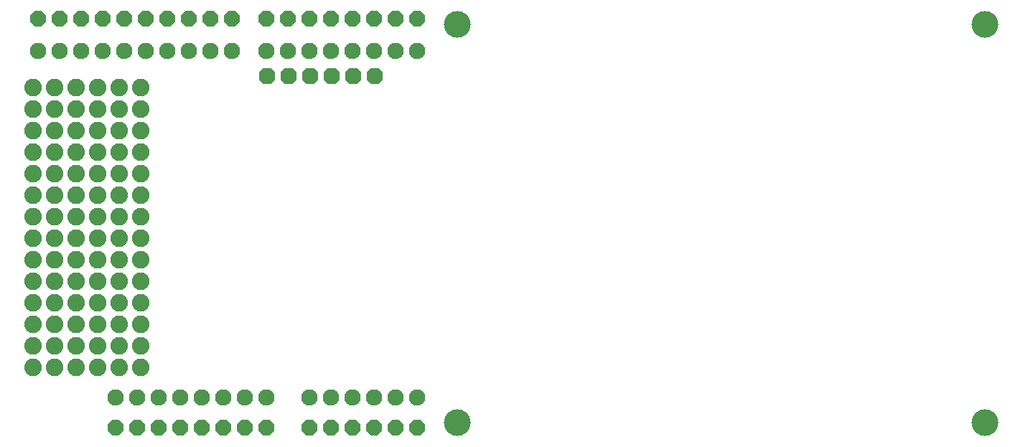
<source format=gbr>
G04 EAGLE Gerber RS-274X export*
G75*
%MOMM*%
%FSLAX34Y34*%
%LPD*%
%INSoldermask Bottom*%
%IPPOS*%
%AMOC8*
5,1,8,0,0,1.08239X$1,22.5*%
G01*
%ADD10C,3.152400*%
%ADD11P,1.979475X8X22.500000*%
%ADD12C,1.930400*%
%ADD13P,2.089446X8X112.500000*%
%ADD14C,2.082800*%


D10*
X520700Y501650D03*
X1143000Y501650D03*
X1143000Y31750D03*
X520700Y31750D03*
D11*
X371400Y508000D03*
X346000Y25400D03*
X396800Y508000D03*
X422200Y508000D03*
X447600Y508000D03*
X473000Y508000D03*
X346000Y508000D03*
X320600Y508000D03*
X295200Y508000D03*
X254560Y508000D03*
X229160Y508000D03*
X203760Y508000D03*
X178360Y508000D03*
X152960Y508000D03*
X127560Y508000D03*
X102160Y508000D03*
X76760Y508000D03*
X371400Y25400D03*
X396800Y25400D03*
X422200Y25400D03*
X447600Y25400D03*
X473000Y25400D03*
X295200Y25400D03*
X269800Y25400D03*
X244400Y25400D03*
X219000Y25400D03*
X193600Y25400D03*
X168200Y25400D03*
X51360Y508000D03*
X25960Y508000D03*
X142800Y25400D03*
X117400Y25400D03*
D12*
X295148Y60960D03*
X269748Y60960D03*
X244348Y60960D03*
X218948Y60960D03*
X193548Y60960D03*
X168148Y60960D03*
X142748Y60960D03*
X117348Y60960D03*
X473202Y60960D03*
X447802Y60960D03*
X422402Y60960D03*
X397002Y60960D03*
X371602Y60960D03*
X346202Y60960D03*
X26162Y469900D03*
X51562Y469900D03*
X76962Y469900D03*
X102362Y469900D03*
X127762Y469900D03*
X153162Y469900D03*
X178562Y469900D03*
X203962Y469900D03*
X229362Y469900D03*
X254762Y469900D03*
X295402Y469900D03*
X320802Y469900D03*
X346202Y469900D03*
X371602Y469900D03*
X397002Y469900D03*
X422402Y469900D03*
X447802Y469900D03*
X473202Y469900D03*
D13*
X295910Y440690D03*
X321310Y440690D03*
X346710Y440690D03*
X372110Y440690D03*
X397510Y440690D03*
X422910Y440690D03*
D14*
X20320Y426720D03*
X20320Y401320D03*
X20320Y375920D03*
X20320Y350520D03*
X20320Y325120D03*
X20320Y299720D03*
X20320Y274320D03*
X20320Y248920D03*
X20320Y223520D03*
X20320Y198120D03*
X20320Y172720D03*
X20320Y147320D03*
X20320Y121920D03*
X20320Y96520D03*
X45720Y96520D03*
X71120Y96520D03*
X71120Y121920D03*
X45720Y147320D03*
X45720Y172720D03*
X71120Y172720D03*
X71120Y147320D03*
X45720Y121920D03*
X45720Y198120D03*
X71120Y198120D03*
X71120Y223520D03*
X45720Y223520D03*
X45720Y248920D03*
X71120Y248920D03*
X71120Y274320D03*
X45720Y274320D03*
X45720Y299720D03*
X71120Y299720D03*
X71120Y325120D03*
X45720Y325120D03*
X45720Y350520D03*
X71120Y350520D03*
X71120Y375920D03*
X45720Y375920D03*
X45720Y401320D03*
X45720Y426720D03*
X71120Y426720D03*
X71120Y401320D03*
X96520Y401320D03*
X96520Y426720D03*
X96520Y375920D03*
X96520Y350520D03*
X96520Y325120D03*
X96520Y299720D03*
X96520Y274320D03*
X96520Y248920D03*
X96520Y198120D03*
X96520Y172720D03*
X96520Y121920D03*
X96520Y96520D03*
X96520Y147320D03*
X96520Y223520D03*
X121920Y426720D03*
X147320Y426720D03*
X147320Y401320D03*
X121920Y401320D03*
X121920Y375920D03*
X147320Y375920D03*
X147320Y350520D03*
X121920Y350520D03*
X121920Y325120D03*
X147320Y325120D03*
X147320Y299720D03*
X121920Y299720D03*
X121920Y274320D03*
X147320Y274320D03*
X147320Y248920D03*
X121920Y248920D03*
X121920Y223520D03*
X147320Y223520D03*
X147320Y198120D03*
X121920Y198120D03*
X121920Y172720D03*
X147320Y172720D03*
X147320Y147320D03*
X121920Y147320D03*
X121920Y121920D03*
X147320Y121920D03*
X147320Y96520D03*
X121920Y96520D03*
M02*

</source>
